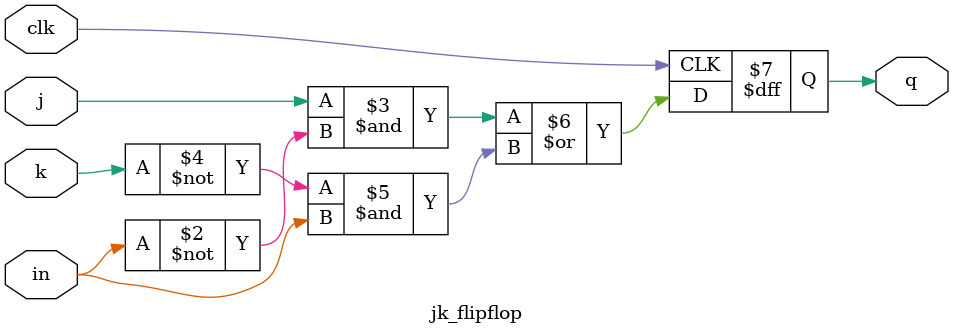
<source format=v>
module jk_flipflop(
	input j,
	input k,
	input clk,
	input in,
	output reg q
	);
	
	
always @ (posedge clk)
	begin
		q <= (j & (~in)) | ((~k) & in);
	end
	
endmodule
</source>
